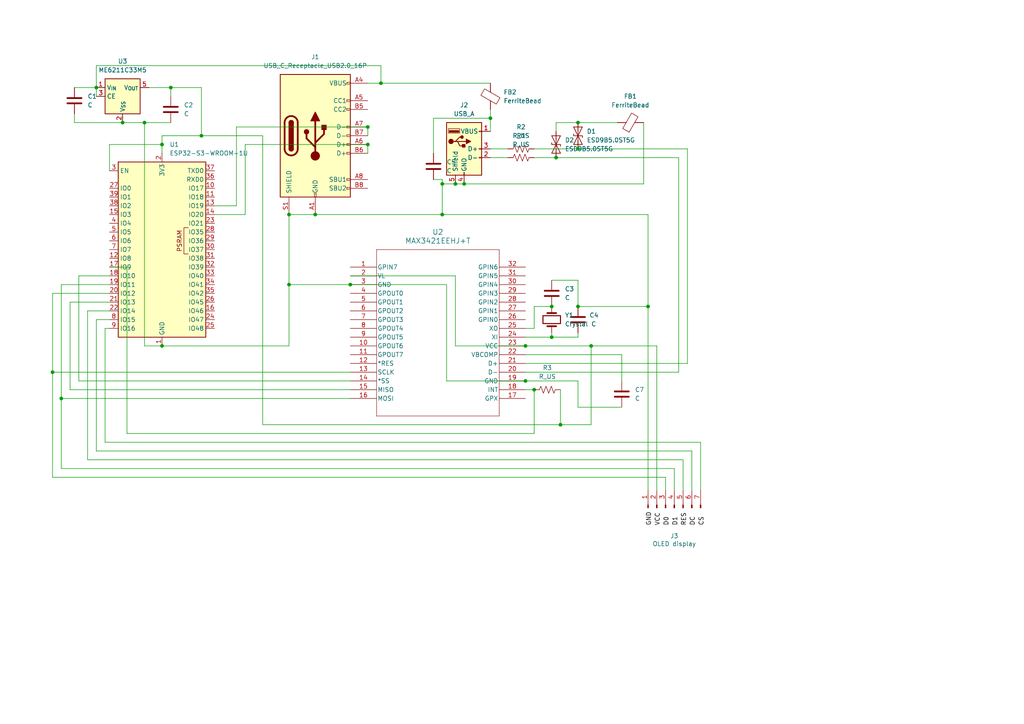
<source format=kicad_sch>
(kicad_sch (version 20231120) (generator "eeschema") (generator_version "8.0")
  (paper "A4")
  (lib_symbols
    (symbol "Connector:Conn_01x07_Pin" (pin_names (offset 1.016) hide)
      (property "Reference" "J" (at 0 10.16 0))
      (property "Value" "Conn_01x07_Pin" (at 0 -10.16 0))
      (symbol "Conn_01x07_Pin_1_1"
        (polyline (pts (xy 1.27 -7.62) (xy 0.8636 -7.62)) (stroke (width 0.1524)))
        (polyline (pts (xy 1.27 -5.08) (xy 0.8636 -5.08)) (stroke (width 0.1524)))
        (polyline (pts (xy 1.27 -2.54) (xy 0.8636 -2.54)) (stroke (width 0.1524)))
        (polyline (pts (xy 1.27 0) (xy 0.8636 0)) (stroke (width 0.1524)))
        (polyline (pts (xy 1.27 2.54) (xy 0.8636 2.54)) (stroke (width 0.1524)))
        (polyline (pts (xy 1.27 5.08) (xy 0.8636 5.08)) (stroke (width 0.1524)))
        (polyline (pts (xy 1.27 7.62) (xy 0.8636 7.62)) (stroke (width 0.1524)))
        (rectangle (start 0.8636 -7.493) (end 0 -7.747) (stroke (width 0.1524)) (fill (type outline)))
        (rectangle (start 0.8636 -4.953) (end 0 -5.207) (stroke (width 0.1524)) (fill (type outline)))
        (rectangle (start 0.8636 -2.413) (end 0 -2.667) (stroke (width 0.1524)) (fill (type outline)))
        (rectangle (start 0.8636 0.127) (end 0 -0.127) (stroke (width 0.1524)) (fill (type outline)))
        (rectangle (start 0.8636 2.667) (end 0 2.413) (stroke (width 0.1524)) (fill (type outline)))
        (rectangle (start 0.8636 5.207) (end 0 4.953) (stroke (width 0.1524)) (fill (type outline)))
        (rectangle (start 0.8636 7.747) (end 0 7.493) (stroke (width 0.1524)) (fill (type outline)))
        (pin passive line (at 5.08 7.62 180) (length 3.81) (name "Pin_1") (number "1"))
        (pin passive line (at 5.08 5.08 180) (length 3.81) (name "Pin_2") (number "2"))
        (pin passive line (at 5.08 2.54 180) (length 3.81) (name "Pin_3") (number "3"))
        (pin passive line (at 5.08 0 180) (length 3.81) (name "Pin_4") (number "4"))
        (pin passive line (at 5.08 -2.54 180) (length 3.81) (name "Pin_5") (number "5"))
        (pin passive line (at 5.08 -5.08 180) (length 3.81) (name "Pin_6") (number "6"))
        (pin passive line (at 5.08 -7.62 180) (length 3.81) (name "Pin_7") (number "7"))
      )
    )
    (symbol "Connector:USB_A" (pin_names (offset 1.016))
      (property "Reference" "J" (at -5.08 11.43 0))
      (property "Value" "USB_A" (at -5.08 8.89 0))
      (symbol "USB_A_0_1"
        (rectangle (start -5.08 -7.62) (end 5.08 7.62) (stroke (width 0.254)) (fill (type background)))
        (circle (center -3.81 2.159) (radius 0.635) (stroke (width 0.254)) (fill (type outline)))
        (rectangle (start -1.524 4.826) (end -4.318 5.334) (fill (type outline)))
        (rectangle (start -1.27 4.572) (end -4.572 5.842))
        (circle (center -0.635 3.429) (radius 0.381) (stroke (width 0.254)) (fill (type outline)))
        (rectangle (start -0.127 -7.62) (end 0.127 -6.858))
        (polyline (pts (xy -3.175 2.159) (xy -2.54 2.159) (xy -1.27 3.429) (xy -0.635 3.429)) (stroke (width 0.254)))
        (polyline (pts (xy -2.54 2.159) (xy -1.905 2.159) (xy -1.27 0.889) (xy 0 0.889)) (stroke (width 0.254)))
        (polyline (pts (xy 0.635 2.794) (xy 0.635 1.524) (xy 1.905 2.159) (xy 0.635 2.794)) (stroke (width 0.254)) (fill (type outline)))
        (rectangle (start 0.254 1.27) (end -0.508 0.508) (stroke (width 0.254)) (fill (type outline)))
        (rectangle (start 5.08 -2.667) (end 4.318 -2.413))
        (rectangle (start 5.08 -0.127) (end 4.318 0.127))
        (rectangle (start 5.08 4.953) (end 4.318 5.207))
      )
      (symbol "USB_A_1_1"
        (polyline (pts (xy -1.905 2.159) (xy 0.635 2.159)) (stroke (width 0.254)))
        (pin power_in line (at 7.62 5.08 180) (length 2.54) (name "VBUS") (number "1"))
        (pin bidirectional line (at 7.62 -2.54 180) (length 2.54) (name "D-") (number "2"))
        (pin bidirectional line (at 7.62 0 180) (length 2.54) (name "D+") (number "3"))
        (pin power_in line (at 0 -10.16 90) (length 2.54) (name "GND") (number "4"))
        (pin passive line (at -2.54 -10.16 90) (length 2.54) (name "Shield") (number "5"))
      )
    )
    (symbol "Connector:USB_C_Receptacle_USB2.0_16P" (pin_names (offset 1.016))
      (property "Reference" "J" (at 0 22.225 0))
      (property "Value" "USB_C_Receptacle_USB2.0_16P" (at 0 19.685 0))
      (symbol "USB_C_Receptacle_USB2.0_16P_0_0"
        (rectangle (start -0.254 -17.78) (end 0.254 -16.764))
        (rectangle (start 10.16 -14.986) (end 9.144 -15.494))
        (rectangle (start 10.16 -12.446) (end 9.144 -12.954))
        (rectangle (start 10.16 -4.826) (end 9.144 -5.334))
        (rectangle (start 10.16 -2.286) (end 9.144 -2.794))
        (rectangle (start 10.16 0.254) (end 9.144 -0.254))
        (rectangle (start 10.16 2.794) (end 9.144 2.286))
        (rectangle (start 10.16 7.874) (end 9.144 7.366))
        (rectangle (start 10.16 10.414) (end 9.144 9.906))
        (rectangle (start 10.16 15.494) (end 9.144 14.986))
      )
      (symbol "USB_C_Receptacle_USB2.0_16P_0_1"
        (rectangle (start -10.16 17.78) (end 10.16 -17.78) (stroke (width 0.254)) (fill (type background)))
        (arc (start -8.89 -3.81) (mid -6.985 -5.7067) (end -5.08 -3.81) (stroke (width 0.508)))
        (arc (start -7.62 -3.81) (mid -6.985 -4.4423) (end -6.35 -3.81) (stroke (width 0.254)))
        (arc (start -7.62 -3.81) (mid -6.985 -4.4423) (end -6.35 -3.81) (stroke (width 0.254)) (fill (type outline)))
        (rectangle (start -7.62 -3.81) (end -6.35 3.81) (stroke (width 0.254)) (fill (type outline)))
        (arc (start -6.35 3.81) (mid -6.985 4.4423) (end -7.62 3.81) (stroke (width 0.254)))
        (arc (start -6.35 3.81) (mid -6.985 4.4423) (end -7.62 3.81) (stroke (width 0.254)) (fill (type outline)))
        (arc (start -5.08 3.81) (mid -6.985 5.7067) (end -8.89 3.81) (stroke (width 0.508)))
        (circle (center -2.54 1.143) (radius 0.635) (stroke (width 0.254)) (fill (type outline)))
        (circle (center 0 -5.842) (radius 1.27) (fill (type outline)))
        (polyline (pts (xy -8.89 -3.81) (xy -8.89 3.81)) (stroke (width 0.508)))
        (polyline (pts (xy -5.08 3.81) (xy -5.08 -3.81)) (stroke (width 0.508)))
        (polyline (pts (xy 0 -5.842) (xy 0 4.318)) (stroke (width 0.508)))
        (polyline (pts (xy 0 -3.302) (xy -2.54 -0.762) (xy -2.54 0.508)) (stroke (width 0.508)))
        (polyline (pts (xy 0 -2.032) (xy 2.54 0.508) (xy 2.54 1.778)) (stroke (width 0.508)))
        (polyline (pts (xy -1.27 4.318) (xy 0 6.858) (xy 1.27 4.318) (xy -1.27 4.318)) (stroke (width 0.254)) (fill (type outline)))
        (rectangle (start 1.905 1.778) (end 3.175 3.048) (stroke (width 0.254)) (fill (type outline)))
      )
      (symbol "USB_C_Receptacle_USB2.0_16P_1_1"
        (pin passive line (at 0 -22.86 90) (length 5.08) (name "GND") (number "A1"))
        (pin passive line (at 0 -22.86 90) (length 5.08) hide (name "GND") (number "A12"))
        (pin passive line (at 15.24 15.24 180) (length 5.08) (name "VBUS") (number "A4"))
        (pin bidirectional line (at 15.24 10.16 180) (length 5.08) (name "CC1") (number "A5"))
        (pin bidirectional line (at 15.24 -2.54 180) (length 5.08) (name "D+") (number "A6"))
        (pin bidirectional line (at 15.24 2.54 180) (length 5.08) (name "D-") (number "A7"))
        (pin bidirectional line (at 15.24 -12.7 180) (length 5.08) (name "SBU1") (number "A8"))
        (pin passive line (at 15.24 15.24 180) (length 5.08) hide (name "VBUS") (number "A9"))
        (pin passive line (at 0 -22.86 90) (length 5.08) hide (name "GND") (number "B1"))
        (pin passive line (at 0 -22.86 90) (length 5.08) hide (name "GND") (number "B12"))
        (pin passive line (at 15.24 15.24 180) (length 5.08) hide (name "VBUS") (number "B4"))
        (pin bidirectional line (at 15.24 7.62 180) (length 5.08) (name "CC2") (number "B5"))
        (pin bidirectional line (at 15.24 -5.08 180) (length 5.08) (name "D+") (number "B6"))
        (pin bidirectional line (at 15.24 0 180) (length 5.08) (name "D-") (number "B7"))
        (pin bidirectional line (at 15.24 -15.24 180) (length 5.08) (name "SBU2") (number "B8"))
        (pin passive line (at 15.24 15.24 180) (length 5.08) hide (name "VBUS") (number "B9"))
        (pin passive line (at -7.62 -22.86 90) (length 5.08) (name "SHIELD") (number "S1"))
      )
    )
    (symbol "Device:C" (pin_numbers hide) (pin_names (offset 0.254))
      (property "Reference" "C" (at 0.635 2.54 0))
      (property "Value" "C" (at 0.635 -2.54 0))
      (symbol "C_0_1"
        (polyline (pts (xy -2.032 -0.762) (xy 2.032 -0.762)) (stroke (width 0.508)))
        (polyline (pts (xy -2.032 0.762) (xy 2.032 0.762)) (stroke (width 0.508)))
      )
      (symbol "C_1_1"
        (pin passive line (at 0 3.81 270) (length 2.794) (name "~") (number "1"))
        (pin passive line (at 0 -3.81 90) (length 2.794) (name "~") (number "2"))
      )
    )
    (symbol "Device:Crystal" (pin_numbers hide) (pin_names (offset 1.016) hide)
      (property "Reference" "Y" (at 0 3.81 0))
      (property "Value" "Crystal" (at 0 -3.81 0))
      (symbol "Crystal_0_1"
        (rectangle (start -1.143 2.54) (end 1.143 -2.54) (stroke (width 0.3048)))
        (polyline (pts (xy -2.54 0) (xy -1.905 0)))
        (polyline (pts (xy -1.905 -1.27) (xy -1.905 1.27)) (stroke (width 0.508)))
        (polyline (pts (xy 1.905 -1.27) (xy 1.905 1.27)) (stroke (width 0.508)))
        (polyline (pts (xy 2.54 0) (xy 1.905 0)))
      )
      (symbol "Crystal_1_1"
        (pin passive line (at -3.81 0 0) (length 1.27) (name "1") (number "1"))
        (pin passive line (at 3.81 0 180) (length 1.27) (name "2") (number "2"))
      )
    )
    (symbol "Device:FerriteBead" (pin_numbers hide) (pin_names (offset 0))
      (property "Reference" "FB" (at -3.81 0.635 90))
      (property "Value" "FerriteBead" (at 3.81 0 90))
      (symbol "FerriteBead_0_1"
        (polyline (pts (xy 0 -1.27) (xy 0 -1.2192)))
        (polyline (pts (xy 0 1.27) (xy 0 1.2954)))
        (polyline (pts (xy -2.7686 0.4064) (xy -1.7018 2.2606) (xy 2.7686 -0.3048) (xy 1.6764 -2.159) (xy -2.7686 0.4064)))
      )
      (symbol "FerriteBead_1_1"
        (pin passive line (at 0 3.81 270) (length 2.54) (name "~") (number "1"))
        (pin passive line (at 0 -3.81 90) (length 2.54) (name "~") (number "2"))
      )
    )
    (symbol "Device:R_US" (pin_numbers hide) (pin_names (offset 0))
      (property "Reference" "R" (at 2.54 0 90))
      (property "Value" "R_US" (at -2.54 0 90))
      (symbol "R_US_0_1"
        (polyline (pts (xy 0 -2.286) (xy 0 -2.54)))
        (polyline (pts (xy 0 2.286) (xy 0 2.54)))
        (polyline (pts (xy 0 -0.762) (xy 1.016 -1.143) (xy 0 -1.524) (xy -1.016 -1.905) (xy 0 -2.286)))
        (polyline (pts (xy 0 0.762) (xy 1.016 0.381) (xy 0 0) (xy -1.016 -0.381) (xy 0 -0.762)))
        (polyline (pts (xy 0 2.286) (xy 1.016 1.905) (xy 0 1.524) (xy -1.016 1.143) (xy 0 0.762)))
      )
      (symbol "R_US_1_1"
        (pin passive line (at 0 3.81 270) (length 1.27) (name "~") (number "1"))
        (pin passive line (at 0 -3.81 90) (length 1.27) (name "~") (number "2"))
      )
    )
    (symbol "Diode:ESD9B5.0ST5G" (pin_numbers hide) (pin_names (offset 1.016) hide)
      (property "Reference" "D" (at 0 2.54 0))
      (property "Value" "ESD9B5.0ST5G" (at 0 -2.54 0))
      (symbol "ESD9B5.0ST5G_0_1"
        (polyline (pts (xy 1.27 0) (xy -1.27 0)))
        (polyline (pts (xy -2.54 -1.27) (xy 0 0) (xy -2.54 1.27) (xy -2.54 -1.27)) (stroke (width 0.2032)))
        (polyline (pts (xy 0.508 1.27) (xy 0 1.27) (xy 0 -1.27) (xy -0.508 -1.27)) (stroke (width 0.2032)))
        (polyline (pts (xy 2.54 1.27) (xy 2.54 -1.27) (xy 0 0) (xy 2.54 1.27)) (stroke (width 0.2032)))
      )
      (symbol "ESD9B5.0ST5G_1_1"
        (pin passive line (at -3.81 0 0) (length 2.54) (name "A1") (number "1"))
        (pin passive line (at 3.81 0 180) (length 2.54) (name "A2") (number "2"))
      )
    )
    (symbol "RF_Module:ESP32-S3-WROOM-1"
      (property "Reference" "U" (at -12.7 26.67 0))
      (property "Value" "ESP32-S3-WROOM-1" (at 12.7 26.67 0))
      (symbol "ESP32-S3-WROOM-1_0_0"
        (rectangle (start -12.7 25.4) (end 12.7 -25.4) (stroke (width 0.254)) (fill (type background)))
        (text "PSRAM" (at 5.08 2.54 900) (effects (font (size 1.27 1.27))))
      )
      (symbol "ESP32-S3-WROOM-1_0_1"
        (polyline (pts (xy 7.62 -1.27) (xy 6.35 -1.27) (xy 6.35 6.35) (xy 7.62 6.35)))
      )
      (symbol "ESP32-S3-WROOM-1_1_1"
        (pin power_in line (at 0 -27.94 90) (length 2.54) (name "GND") (number "1"))
        (pin bidirectional line (at 15.24 17.78 180) (length 2.54) (name "IO17") (number "10"))
        (pin bidirectional line (at 15.24 15.24 180) (length 2.54) (name "IO18") (number "11"))
        (pin bidirectional line (at -15.24 -2.54 0) (length 2.54) (name "IO8") (number "12"))
        (pin bidirectional line (at 15.24 12.7 180) (length 2.54) (name "IO19") (number "13"))
        (pin bidirectional line (at 15.24 10.16 180) (length 2.54) (name "IO20") (number "14"))
        (pin bidirectional line (at -15.24 10.16 0) (length 2.54) (name "IO3") (number "15"))
        (pin bidirectional line (at 15.24 -17.78 180) (length 2.54) (name "IO46") (number "16"))
        (pin bidirectional line (at -15.24 -5.08 0) (length 2.54) (name "IO9") (number "17"))
        (pin bidirectional line (at -15.24 -7.62 0) (length 2.54) (name "IO10") (number "18"))
        (pin bidirectional line (at -15.24 -10.16 0) (length 2.54) (name "IO11") (number "19"))
        (pin power_in line (at 0 27.94 270) (length 2.54) (name "3V3") (number "2"))
        (pin bidirectional line (at -15.24 -12.7 0) (length 2.54) (name "IO12") (number "20"))
        (pin bidirectional line (at -15.24 -15.24 0) (length 2.54) (name "IO13") (number "21"))
        (pin bidirectional line (at -15.24 -17.78 0) (length 2.54) (name "IO14") (number "22"))
        (pin bidirectional line (at 15.24 7.62 180) (length 2.54) (name "IO21") (number "23"))
        (pin bidirectional line (at 15.24 -20.32 180) (length 2.54) (name "IO47") (number "24"))
        (pin bidirectional line (at 15.24 -22.86 180) (length 2.54) (name "IO48") (number "25"))
        (pin bidirectional line (at 15.24 -15.24 180) (length 2.54) (name "IO45") (number "26"))
        (pin bidirectional line (at -15.24 17.78 0) (length 2.54) (name "IO0") (number "27"))
        (pin bidirectional line (at 15.24 5.08 180) (length 2.54) (name "IO35") (number "28"))
        (pin bidirectional line (at 15.24 2.54 180) (length 2.54) (name "IO36") (number "29"))
        (pin input line (at -15.24 22.86 0) (length 2.54) (name "EN") (number "3"))
        (pin bidirectional line (at 15.24 0 180) (length 2.54) (name "IO37") (number "30"))
        (pin bidirectional line (at 15.24 -2.54 180) (length 2.54) (name "IO38") (number "31"))
        (pin bidirectional line (at 15.24 -5.08 180) (length 2.54) (name "IO39") (number "32"))
        (pin bidirectional line (at 15.24 -7.62 180) (length 2.54) (name "IO40") (number "33"))
        (pin bidirectional line (at 15.24 -10.16 180) (length 2.54) (name "IO41") (number "34"))
        (pin bidirectional line (at 15.24 -12.7 180) (length 2.54) (name "IO42") (number "35"))
        (pin bidirectional line (at 15.24 20.32 180) (length 2.54) (name "RXD0") (number "36"))
        (pin bidirectional line (at 15.24 22.86 180) (length 2.54) (name "TXD0") (number "37"))
        (pin bidirectional line (at -15.24 12.7 0) (length 2.54) (name "IO2") (number "38"))
        (pin bidirectional line (at -15.24 15.24 0) (length 2.54) (name "IO1") (number "39"))
        (pin bidirectional line (at -15.24 7.62 0) (length 2.54) (name "IO4") (number "4"))
        (pin passive line (at 0 -27.94 90) (length 2.54) hide (name "GND") (number "40"))
        (pin passive line (at 0 -27.94 90) (length 2.54) hide (name "GND") (number "41"))
        (pin bidirectional line (at -15.24 5.08 0) (length 2.54) (name "IO5") (number "5"))
        (pin bidirectional line (at -15.24 2.54 0) (length 2.54) (name "IO6") (number "6"))
        (pin bidirectional line (at -15.24 0 0) (length 2.54) (name "IO7") (number "7"))
        (pin bidirectional line (at -15.24 -20.32 0) (length 2.54) (name "IO15") (number "8"))
        (pin bidirectional line (at -15.24 -22.86 0) (length 2.54) (name "IO16") (number "9"))
      )
    )
    (symbol "Regulator_Linear:ME6211C33M5"
      (property "Reference" "U" (at -4.572 6.35 0))
      (property "Value" "ME6211C33M5" (at 10.16 8.636 0))
      (symbol "ME6211C33M5_1_1"
        (rectangle (start -5.08 5.08) (end 5.08 -5.08) (stroke (width 0.254)) (fill (type background)))
        (pin power_in line (at -7.62 2.54 0) (length 2.54) (name "V_{IN}") (number "1"))
        (pin power_in line (at 0 -7.62 90) (length 2.54) (name "V_{SS}") (number "2"))
        (pin input line (at -7.62 0 0) (length 2.54) (name "CE") (number "3"))
        (pin no_connect line (at 5.08 0 180) (length 2.54) hide (name "NC") (number "4"))
        (pin power_out line (at 7.62 2.54 180) (length 2.54) (name "V_{OUT}") (number "5"))
      )
    )
    (symbol "max:MAX3421EEHJ+T" (pin_names (offset 0.254))
      (property "Reference" "U" (at 25.4 10.16 0))
      (property "Value" "MAX3421EEHJ+T" (at 25.4 7.62 0))
      (symbol "MAX3421EEHJ+T_0_1"
        (polyline (pts (xy 7.62 -43.18) (xy 43.18 -43.18)) (stroke (width 0.127)))
        (polyline (pts (xy 7.62 5.08) (xy 7.62 -43.18)) (stroke (width 0.127)))
        (polyline (pts (xy 43.18 -43.18) (xy 43.18 5.08)) (stroke (width 0.127)))
        (polyline (pts (xy 43.18 5.08) (xy 7.62 5.08)) (stroke (width 0.127)))
        (pin input line (at 0 0 0) (length 7.62) (name "GPIN7") (number "1"))
        (pin output line (at 0 -22.86 0) (length 7.62) (name "GPOUT6") (number "10"))
        (pin output line (at 0 -25.4 0) (length 7.62) (name "GPOUT7") (number "11"))
        (pin input line (at 0 -27.94 0) (length 7.62) (name "*RES") (number "12"))
        (pin input line (at 0 -30.48 0) (length 7.62) (name "SCLK") (number "13"))
        (pin input line (at 0 -33.02 0) (length 7.62) (name "*SS") (number "14"))
        (pin output line (at 0 -35.56 0) (length 7.62) (name "MISO") (number "15"))
        (pin bidirectional line (at 0 -38.1 0) (length 7.62) (name "MOSI") (number "16"))
        (pin output line (at 50.8 -38.1 180) (length 7.62) (name "GPX") (number "17"))
        (pin output line (at 50.8 -35.56 180) (length 7.62) (name "INT") (number "18"))
        (pin power_out line (at 50.8 -33.02 180) (length 7.62) (name "GND") (number "19"))
        (pin input line (at 0 -2.54 0) (length 7.62) (name "VL") (number "2"))
        (pin bidirectional line (at 50.8 -30.48 180) (length 7.62) (name "D-") (number "20"))
        (pin bidirectional line (at 50.8 -27.94 180) (length 7.62) (name "D+") (number "21"))
        (pin input line (at 50.8 -25.4 180) (length 7.62) (name "VBCOMP") (number "22"))
        (pin power_in line (at 50.8 -22.86 180) (length 7.62) (name "VCC") (number "23"))
        (pin input line (at 50.8 -20.32 180) (length 7.62) (name "XI") (number "24"))
        (pin output line (at 50.8 -17.78 180) (length 7.62) (name "XO") (number "25"))
        (pin input line (at 50.8 -15.24 180) (length 7.62) (name "GPIN0") (number "26"))
        (pin input line (at 50.8 -12.7 180) (length 7.62) (name "GPIN1") (number "27"))
        (pin input line (at 50.8 -10.16 180) (length 7.62) (name "GPIN2") (number "28"))
        (pin input line (at 50.8 -7.62 180) (length 7.62) (name "GPIN3") (number "29"))
        (pin input line (at 0 -5.08 0) (length 7.62) (name "GND") (number "3"))
        (pin input line (at 50.8 -5.08 180) (length 7.62) (name "GPIN4") (number "30"))
        (pin input line (at 50.8 -2.54 180) (length 7.62) (name "GPIN5") (number "31"))
        (pin input line (at 50.8 0 180) (length 7.62) (name "GPIN6") (number "32"))
        (pin output line (at 0 -7.62 0) (length 7.62) (name "GPOUT0") (number "4"))
        (pin output line (at 0 -10.16 0) (length 7.62) (name "GPOUT1") (number "5"))
        (pin output line (at 0 -12.7 0) (length 7.62) (name "GPOUT2") (number "6"))
        (pin output line (at 0 -15.24 0) (length 7.62) (name "GPOUT3") (number "7"))
        (pin output line (at 0 -17.78 0) (length 7.62) (name "GPOUT4") (number "8"))
        (pin output line (at 0 -20.32 0) (length 7.62) (name "GPOUT5") (number "9"))
      )
    )
  )
  (junction (at 106.68 36.83))
  (junction (at 167.64 35.56))
  (junction (at 101.6 82.55))
  (junction (at 152.4 110.49))
  (junction (at 134.62 53.34))
  (junction (at 152.4 100.33))
  (junction (at 27.94 25.4))
  (junction (at 171.45 100.33))
  (junction (at 46.99 100.33))
  (junction (at 167.64 43.18))
  (junction (at 83.82 62.23))
  (junction (at 160.02 88.9))
  (junction (at 49.53 25.4))
  (junction (at 83.82 82.55))
  (junction (at 128.27 62.23))
  (junction (at 132.08 53.34))
  (junction (at 58.42 39.37))
  (junction (at 162.56 123.19))
  (junction (at 187.96 88.9))
  (junction (at 41.91 35.56))
  (junction (at 142.24 34.29))
  (junction (at 167.64 88.9))
  (junction (at 35.56 35.56))
  (junction (at 154.94 113.03))
  (junction (at 110.49 24.13))
  (junction (at 106.68 41.91))
  (junction (at 161.29 45.72))
  (junction (at 46.99 41.91))
  (junction (at 160.02 97.79))
  (junction (at 17.78 115.57))
  (junction (at 128.27 53.34))
  (junction (at 91.44 62.23))
  (junction (at 15.24 107.95))
  (wire (pts (xy 83.82 62.23) (xy 83.82 82.55)))
  (wire (pts (xy 20.32 87.63) (xy 31.75 87.63)))
  (wire (pts (xy 180.34 102.87) (xy 180.34 110.49)))
  (wire (pts (xy 162.56 123.19) (xy 171.45 123.19)))
  (wire (pts (xy 167.64 81.28) (xy 167.64 88.9)))
  (wire (pts (xy 83.82 100.33) (xy 46.99 100.33)))
  (wire (pts (xy 154.94 95.25) (xy 152.4 95.25)))
  (wire (pts (xy 27.94 130.81) (xy 27.94 92.71)))
  (wire (pts (xy 193.04 138.43) (xy 193.04 142.24)))
  (wire (pts (xy 58.42 25.4) (xy 58.42 39.37)))
  (wire (pts (xy 167.64 88.9) (xy 187.96 88.9)))
  (wire (pts (xy 198.12 142.24) (xy 198.12 133.35)))
  (wire (pts (xy 132.08 53.34) (xy 128.27 53.34)))
  (wire (pts (xy 27.94 19.05) (xy 27.94 25.4)))
  (wire (pts (xy 142.24 34.29) (xy 125.73 34.29)))
  (wire (pts (xy 152.4 113.03) (xy 154.94 113.03)))
  (wire (pts (xy 167.64 43.18) (xy 154.94 43.18)))
  (wire (pts (xy 83.82 82.55) (xy 101.6 82.55)))
  (wire (pts (xy 25.4 90.17) (xy 31.75 90.17)))
  (wire (pts (xy 171.45 123.19) (xy 171.45 100.33)))
  (wire (pts (xy 36.83 125.73) (xy 36.83 77.47)))
  (wire (pts (xy 101.6 80.01) (xy 132.08 80.01)))
  (wire (pts (xy 15.24 138.43) (xy 193.04 138.43)))
  (wire (pts (xy 186.69 53.34) (xy 134.62 53.34)))
  (wire (pts (xy 110.49 24.13) (xy 110.49 19.05)))
  (wire (pts (xy 68.58 36.83) (xy 106.68 36.83)))
  (wire (pts (xy 46.99 44.45) (xy 46.99 41.91)))
  (wire (pts (xy 160.02 97.79) (xy 160.02 96.52)))
  (wire (pts (xy 200.66 130.81) (xy 27.94 130.81)))
  (wire (pts (xy 152.4 100.33) (xy 171.45 100.33)))
  (wire (pts (xy 41.91 35.56) (xy 35.56 35.56)))
  (wire (pts (xy 21.59 33.02) (xy 21.59 35.56)))
  (wire (pts (xy 154.94 125.73) (xy 36.83 125.73)))
  (wire (pts (xy 27.94 25.4) (xy 27.94 27.94)))
  (wire (pts (xy 101.6 113.03) (xy 20.32 113.03)))
  (wire (pts (xy 203.2 128.27) (xy 203.2 142.24)))
  (wire (pts (xy 154.94 88.9) (xy 154.94 95.25)))
  (wire (pts (xy 36.83 77.47) (xy 31.75 77.47)))
  (wire (pts (xy 27.94 25.4) (xy 21.59 25.4)))
  (wire (pts (xy 46.99 41.91) (xy 31.75 41.91)))
  (wire (pts (xy 186.69 35.56) (xy 186.69 53.34)))
  (wire (pts (xy 180.34 118.11) (xy 167.64 118.11)))
  (wire (pts (xy 129.54 110.49) (xy 152.4 110.49)))
  (wire (pts (xy 46.99 41.91) (xy 46.99 39.37)))
  (wire (pts (xy 31.75 95.25) (xy 30.48 95.25)))
  (wire (pts (xy 160.02 97.79) (xy 167.64 97.79)))
  (wire (pts (xy 30.48 128.27) (xy 203.2 128.27)))
  (wire (pts (xy 110.49 19.05) (xy 27.94 19.05)))
  (wire (pts (xy 154.94 45.72) (xy 161.29 45.72)))
  (wire (pts (xy 106.68 24.13) (xy 110.49 24.13)))
  (wire (pts (xy 20.32 113.03) (xy 20.32 87.63)))
  (wire (pts (xy 142.24 45.72) (xy 147.32 45.72)))
  (wire (pts (xy 83.82 82.55) (xy 83.82 100.33)))
  (wire (pts (xy 128.27 52.07) (xy 128.27 53.34)))
  (wire (pts (xy 30.48 95.25) (xy 30.48 128.27)))
  (wire (pts (xy 25.4 133.35) (xy 25.4 90.17)))
  (wire (pts (xy 125.73 52.07) (xy 128.27 52.07)))
  (wire (pts (xy 125.73 34.29) (xy 125.73 44.45)))
  (wire (pts (xy 58.42 39.37) (xy 76.2 39.37)))
  (wire (pts (xy 41.91 35.56) (xy 41.91 100.33)))
  (wire (pts (xy 17.78 82.55) (xy 17.78 115.57)))
  (wire (pts (xy 21.59 35.56) (xy 35.56 35.56)))
  (wire (pts (xy 49.53 25.4) (xy 49.53 27.94)))
  (wire (pts (xy 129.54 82.55) (xy 129.54 110.49)))
  (wire (pts (xy 167.64 97.79) (xy 167.64 96.52)))
  (wire (pts (xy 152.4 97.79) (xy 160.02 97.79)))
  (wire (pts (xy 106.68 41.91) (xy 106.68 44.45)))
  (wire (pts (xy 110.49 24.13) (xy 142.24 24.13)))
  (wire (pts (xy 71.12 62.23) (xy 71.12 41.91)))
  (wire (pts (xy 49.53 25.4) (xy 58.42 25.4)))
  (wire (pts (xy 101.6 82.55) (xy 129.54 82.55)))
  (wire (pts (xy 171.45 100.33) (xy 190.5 100.33)))
  (wire (pts (xy 106.68 36.83) (xy 106.68 39.37)))
  (wire (pts (xy 161.29 45.72) (xy 196.85 45.72)))
  (wire (pts (xy 15.24 85.09) (xy 15.24 107.95)))
  (wire (pts (xy 190.5 100.33) (xy 190.5 142.24)))
  (wire (pts (xy 167.64 118.11) (xy 167.64 110.49)))
  (wire (pts (xy 160.02 88.9) (xy 154.94 88.9)))
  (wire (pts (xy 22.86 110.49) (xy 22.86 80.01)))
  (wire (pts (xy 68.58 59.69) (xy 68.58 36.83)))
  (wire (pts (xy 160.02 81.28) (xy 167.64 81.28)))
  (wire (pts (xy 62.23 62.23) (xy 71.12 62.23)))
  (wire (pts (xy 167.64 110.49) (xy 152.4 110.49)))
  (wire (pts (xy 161.29 35.56) (xy 167.64 35.56)))
  (wire (pts (xy 142.24 43.18) (xy 147.32 43.18)))
  (wire (pts (xy 152.4 102.87) (xy 180.34 102.87)))
  (wire (pts (xy 199.39 43.18) (xy 167.64 43.18)))
  (wire (pts (xy 43.18 25.4) (xy 49.53 25.4)))
  (wire (pts (xy 195.58 135.89) (xy 195.58 142.24)))
  (wire (pts (xy 17.78 135.89) (xy 195.58 135.89)))
  (wire (pts (xy 187.96 142.24) (xy 187.96 88.9)))
  (wire (pts (xy 128.27 53.34) (xy 128.27 62.23)))
  (wire (pts (xy 132.08 100.33) (xy 152.4 100.33)))
  (wire (pts (xy 27.94 92.71) (xy 31.75 92.71)))
  (wire (pts (xy 101.6 110.49) (xy 22.86 110.49)))
  (wire (pts (xy 62.23 59.69) (xy 68.58 59.69)))
  (wire (pts (xy 187.96 62.23) (xy 128.27 62.23)))
  (wire (pts (xy 196.85 45.72) (xy 196.85 107.95)))
  (wire (pts (xy 132.08 53.34) (xy 134.62 53.34)))
  (wire (pts (xy 83.82 62.23) (xy 91.44 62.23)))
  (wire (pts (xy 15.24 107.95) (xy 101.6 107.95)))
  (wire (pts (xy 132.08 80.01) (xy 132.08 100.33)))
  (wire (pts (xy 142.24 34.29) (xy 142.24 38.1)))
  (wire (pts (xy 15.24 107.95) (xy 15.24 138.43)))
  (wire (pts (xy 128.27 62.23) (xy 91.44 62.23)))
  (wire (pts (xy 152.4 105.41) (xy 199.39 105.41)))
  (wire (pts (xy 196.85 107.95) (xy 152.4 107.95)))
  (wire (pts (xy 49.53 35.56) (xy 41.91 35.56)))
  (wire (pts (xy 162.56 113.03) (xy 162.56 123.19)))
  (wire (pts (xy 161.29 38.1) (xy 161.29 35.56)))
  (wire (pts (xy 41.91 100.33) (xy 46.99 100.33)))
  (wire (pts (xy 17.78 115.57) (xy 17.78 135.89)))
  (wire (pts (xy 31.75 82.55) (xy 17.78 82.55)))
  (wire (pts (xy 31.75 85.09) (xy 15.24 85.09)))
  (wire (pts (xy 22.86 80.01) (xy 31.75 80.01)))
  (wire (pts (xy 167.64 35.56) (xy 179.07 35.56)))
  (wire (pts (xy 46.99 39.37) (xy 58.42 39.37)))
  (wire (pts (xy 187.96 88.9) (xy 187.96 62.23)))
  (wire (pts (xy 76.2 39.37) (xy 76.2 123.19)))
  (wire (pts (xy 76.2 123.19) (xy 162.56 123.19)))
  (wire (pts (xy 199.39 105.41) (xy 199.39 43.18)))
  (wire (pts (xy 71.12 41.91) (xy 106.68 41.91)))
  (wire (pts (xy 17.78 115.57) (xy 101.6 115.57)))
  (wire (pts (xy 142.24 31.75) (xy 142.24 34.29)))
  (wire (pts (xy 154.94 113.03) (xy 154.94 125.73)))
  (wire (pts (xy 198.12 133.35) (xy 25.4 133.35)))
  (wire (pts (xy 31.75 41.91) (xy 31.75 49.53)))
  (wire (pts (xy 200.66 142.24) (xy 200.66 130.81)))
  (label "RES" (at 199.39 152.4 90))
  (label "CS" (at 204.47 152.4 90))
  (label "D0" (at 194.31 152.4 90))
  (label "VCC" (at 191.77 152.4 90))
  (label "DC" (at 201.93 152.4 90))
  (label "D1" (at 196.85 152.4 90))
  (label "GND" (at 189.23 152.4 90))
  (symbol (lib_id "Device:C") (at 21.59 29.21 0) (unit 1)
    (property "Reference" "C1" (at 25.4 27.9399 0) (effects (justify left)))
    (property "Value" "C" (at 25.4 30.4799 0) (effects (justify left)))
    (property "Footprint" "Capacitor_SMD:C_0402_1005Metric_Pad0.74x0.62mm_HandSolder" (effects (hide yes)))
    (property "Description" "Unpolarized capacitor" (effects (hide yes)))
  )
  (symbol (lib_id "Connector:USB_C_Receptacle_USB2.0_16P") (at 91.44 39.37 0) (unit 1)
    (property "Reference" "J1" (at 91.44 16.51 0))
    (property "Value" "USB_C_Receptacle_USB2.0_16P" (at 91.44 19.05 0))
    (property "Footprint" "Connector_USB:USB_C_Receptacle_GCT_USB4110" (effects (hide yes)))
    (property "Datasheet" "https://www.usb.org/sites/default/files/documents/usb_type-c.zip" (effects (hide yes)))
    (property "Description" "USB 2.0-only 16P Type-C Receptacle connector" (effects (hide yes)))
  )
  (symbol (lib_id "Diode:ESD9B5.0ST5G") (at 161.29 41.91 90) (unit 1)
    (property "Reference" "D2" (at 163.83 40.6399 90) (effects (justify right)))
    (property "Value" "ESD9B5.0ST5G" (at 163.83 43.1799 90) (effects (justify right)))
    (property "Footprint" "Diode_SMD:D_SOD-923" (effects (hide yes)))
    (property "Datasheet" "https://www.onsemi.com/pub/Collateral/ESD9B-D.PDF" (effects (hide yes)))
    (property "Description" "ESD protection diode, 5.0Vrwm, SOD-923" (effects (hide yes)))
  )
  (symbol (lib_id "Device:R_US") (at 158.75 113.03 90) (unit 1)
    (property "Reference" "R3" (at 158.75 106.68 90))
    (property "Value" "R_US" (at 158.75 109.22 90))
    (property "Footprint" "Resistor_SMD:R_0402_1005Metric_Pad0.72x0.64mm_HandSolder" (effects (hide yes)))
    (property "Description" "Resistor, US symbol" (effects (hide yes)))
  )
  (symbol (lib_id "Device:FerriteBead") (at 182.88 35.56 90) (unit 1)
    (property "Reference" "FB1" (at 182.8292 27.94 90))
    (property "Value" "FerriteBead" (at 182.8292 30.48 90))
    (property "Footprint" "Inductor_SMD:L_0603_1608Metric" (effects (hide yes)))
    (property "Description" "Ferrite bead" (effects (hide yes)))
  )
  (symbol (lib_id "Device:C") (at 160.02 85.09 0) (unit 1)
    (property "Reference" "C3" (at 163.83 83.8199 0) (effects (justify left)))
    (property "Value" "C" (at 163.83 86.3599 0) (effects (justify left)))
    (property "Footprint" "Capacitor_SMD:C_0402_1005Metric_Pad0.74x0.62mm_HandSolder" (effects (hide yes)))
    (property "Description" "Unpolarized capacitor" (effects (hide yes)))
  )
  (symbol (lib_id "Device:FerriteBead") (at 142.24 27.94 180) (unit 1)
    (property "Reference" "FB2" (at 146.05 26.7207 0) (effects (justify right)))
    (property "Value" "FerriteBead" (at 146.05 29.2607 0) (effects (justify right)))
    (property "Footprint" "Inductor_SMD:L_0603_1608Metric" (effects (hide yes)))
    (property "Description" "Ferrite bead" (effects (hide yes)))
  )
  (symbol (lib_id "Device:Crystal") (at 160.02 92.71 90) (unit 1)
    (property "Reference" "Y1" (at 163.83 91.4399 90) (effects (justify right)))
    (property "Value" "Crystal" (at 163.83 93.9799 90) (effects (justify right)))
    (property "Footprint" "Crystal:Crystal_SMD_G8-2Pin_3.2x1.5mm" (effects (hide yes)))
    (property "Description" "Two pin crystal" (effects (hide yes)))
  )
  (symbol (lib_id "Device:C") (at 125.73 48.26 0) (unit 1)
    (property "Reference" "C5" (at 129.54 46.9899 0) (effects (justify left)))
    (property "Value" "C" (at 129.54 49.5299 0) (effects (justify left)))
    (property "Footprint" "Capacitor_SMD:C_0402_1005Metric_Pad0.74x0.62mm_HandSolder" (effects (hide yes)))
    (property "Description" "Unpolarized capacitor" (effects (hide yes)))
  )
  (symbol (lib_id "RF_Module:ESP32-S3-WROOM-1") (at 46.99 72.39 0) (unit 1)
    (property "Reference" "U1" (at 49.1841 41.91 0) (effects (justify left)))
    (property "Value" "ESP32-S3-WROOM-1U" (at 49.1841 44.45 0) (effects (justify left)))
    (property "Footprint" "RF_Module:ESP32-S3-WROOM-1U" (effects (hide yes)))
    (property "Datasheet" "https://www.espressif.com/sites/default/files/documentation/esp32-s3-wroom-1_wroom-1u_datasheet_en.pdf" (effects (hide yes)))
    (property "Description" "RF Module, ESP32-S3 SoC, Wi-Fi 802.11b/g/n, Bluetooth, BLE, 32-bit, 3.3V, onboard antenna, SMD" (effects (hide yes)))
  )
  (symbol (lib_id "Diode:ESD9B5.0ST5G") (at 167.64 39.37 90) (unit 1)
    (property "Reference" "D1" (at 170.18 38.0999 90) (effects (justify right)))
    (property "Value" "ESD9B5.0ST5G" (at 170.18 40.6399 90) (effects (justify right)))
    (property "Footprint" "Diode_SMD:D_SOD-923" (effects (hide yes)))
    (property "Datasheet" "https://www.onsemi.com/pub/Collateral/ESD9B-D.PDF" (effects (hide yes)))
    (property "Description" "ESD protection diode, 5.0Vrwm, SOD-923" (effects (hide yes)))
  )
  (symbol (lib_id "Device:C") (at 167.64 92.71 0) (unit 1)
    (property "Reference" "C4" (at 170.942 91.44 0) (effects (justify left)))
    (property "Value" "C" (at 171.45 93.9799 0) (effects (justify left)))
    (property "Footprint" "Capacitor_SMD:C_0402_1005Metric_Pad0.74x0.62mm_HandSolder" (effects (hide yes)))
    (property "Description" "Unpolarized capacitor" (effects (hide yes)))
  )
  (symbol (lib_id "Connector:Conn_01x07_Pin") (at 195.58 147.32 90) (unit 1)
    (property "Reference" "J3" (at 195.58 155.448 90))
    (property "Value" "OLED display" (at 195.58 157.734 90))
    (property "Footprint" "Connector_PinSocket_2.54mm:PinSocket_1x07_P2.54mm_Horizontal" (effects (hide yes)))
    (property "Description" "Generic connector, single row, 01x07, script generated" (effects (hide yes)))
  )
  (symbol (lib_id "Regulator_Linear:ME6211C33M5") (at 35.56 27.94 0) (unit 1)
    (property "Reference" "U3" (at 35.56 17.78 0))
    (property "Value" "ME6211C33M5" (at 35.56 20.32 0))
    (property "Footprint" "Package_TO_SOT_SMD:SOT-23-5" (effects (hide yes)))
    (property "Datasheet" "https://www.lcsc.com/datasheet/lcsc_datasheet_2304140030_MICRONE-Nanjing-Micro-One-Elec-ME6211C33R5G_C235316.pdf" (effects (hide yes)))
    (property "Description" "500mA low dropout linear regulator, shutdown pin, 6.5V max input voltage, 3.3V fixed positive output, SOT-23-5" (effects (hide yes)))
  )
  (symbol (lib_id "Device:C") (at 180.34 114.3 0) (unit 1)
    (property "Reference" "C7" (at 184.15 113.0299 0) (effects (justify left)))
    (property "Value" "C" (at 184.15 115.5699 0) (effects (justify left)))
    (property "Footprint" "Capacitor_SMD:C_0402_1005Metric_Pad0.74x0.62mm_HandSolder" (effects (hide yes)))
    (property "Description" "Unpolarized capacitor" (effects (hide yes)))
  )
  (symbol (lib_id "Connector:USB_A") (at 134.62 43.18 0) (unit 1)
    (property "Reference" "J2" (at 134.62 30.48 0))
    (property "Value" "USB_A" (at 134.62 33.02 0))
    (property "Footprint" "Connector_USB:USB_A_Molex_67643_Horizontal" (effects (hide yes)))
    (property "Description" "USB Type A connector" (effects (hide yes)))
  )
  (symbol (lib_id "Device:C") (at 49.53 31.75 0) (unit 1)
    (property "Reference" "C2" (at 53.34 30.4799 0) (effects (justify left)))
    (property "Value" "C" (at 53.34 33.0199 0) (effects (justify left)))
    (property "Footprint" "Capacitor_SMD:C_0402_1005Metric_Pad0.74x0.62mm_HandSolder" (effects (hide yes)))
    (property "Description" "Unpolarized capacitor" (effects (hide yes)))
  )
  (symbol (lib_id "Device:R_US") (at 151.13 43.18 90) (unit 1)
    (property "Reference" "R2" (at 151.13 36.83 90))
    (property "Value" "R_US" (at 151.13 39.37 90))
    (property "Footprint" "Resistor_SMD:R_0402_1005Metric_Pad0.72x0.64mm_HandSolder" (effects (hide yes)))
    (property "Description" "Resistor, US symbol" (effects (hide yes)))
  )
  (symbol (lib_id "max:MAX3421EEHJ+T") (at 101.6 77.47 0) (unit 1)
    (property "Reference" "U2" (at 127 67.31 0) (effects (font (size 1.524 1.524))))
    (property "Value" "MAX3421EEHJ+T" (at 127 69.85 0) (effects (font (size 1.524 1.524))))
    (property "Footprint" "max:21-0110-C_90-0149-32L_MXM" (effects (hide yes)))
    (property "Datasheet" "MAX3421EEHJ+T" (effects (hide yes)))
  )
  (symbol (lib_id "Device:R_US") (at 151.13 45.72 90) (unit 1)
    (property "Reference" "R1" (at 151.13 39.37 90))
    (property "Value" "R_US" (at 151.13 41.91 90))
    (property "Footprint" "Resistor_SMD:R_0402_1005Metric_Pad0.72x0.64mm_HandSolder" (effects (hide yes)))
    (property "Description" "Resistor, US symbol" (effects (hide yes)))
  )
)
</source>
